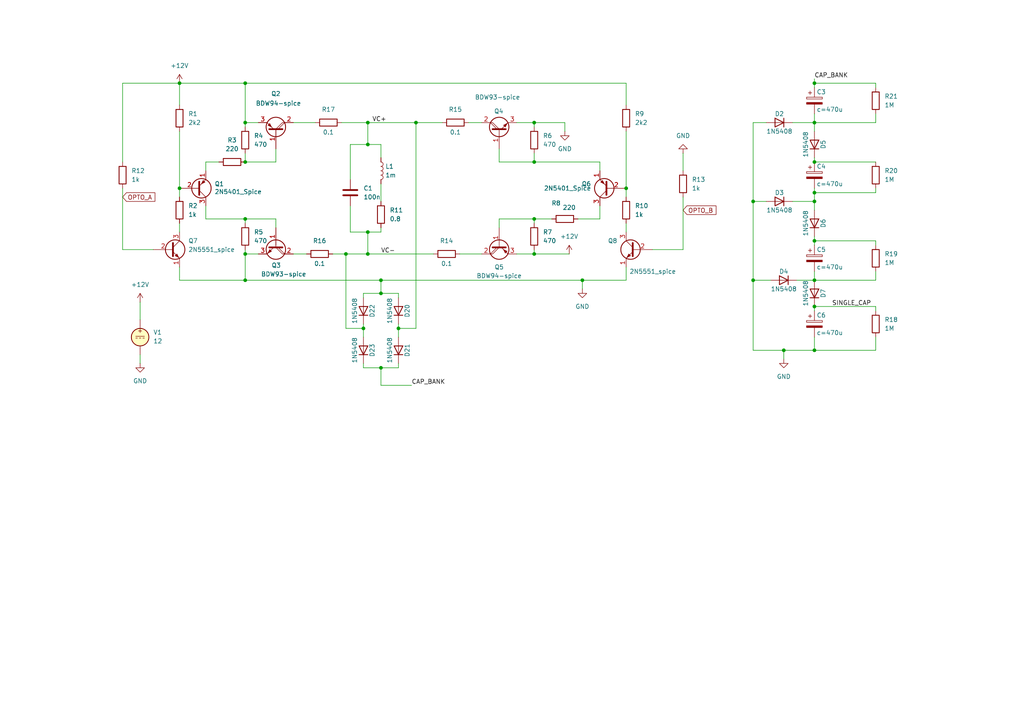
<source format=kicad_sch>
(kicad_sch (version 20231120) (generator "eeschema") (generator_version "8.0")
  (paper "A4")
  (lib_symbols
    (symbol "Components:2N5401_Spice" (pin_names (offset 0) hide)
      (property "Reference" "Q" (at 5.08 1.905 0))
      (property "Value" "2N5401_Spice" (at 5.08 0 0))
      (symbol "2N5401_Spice_0_1"
        (polyline (pts (xy 0.635 0.635) (xy 2.54 2.54)))
        (polyline (pts (xy 0.635 -0.635) (xy 2.54 -2.54) (xy 2.54 -2.54)))
        (polyline (pts (xy 0.635 1.905) (xy 0.635 -1.905) (xy 0.635 -1.905)) (stroke (width 0.508)))
        (polyline (pts (xy 2.286 -1.778) (xy 1.778 -2.286) (xy 1.27 -1.27) (xy 2.286 -1.778) (xy 2.286 -1.778)) (fill (type outline)))
        (circle (center 1.27 0) (radius 2.8194) (stroke (width 0.254)))
      )
      (symbol "2N5401_Spice_1_1"
        (pin passive line (at 2.54 -5.08 90) (length 2.54) (name "E") (number "1"))
        (pin input line (at -5.08 0 0) (length 5.715) (name "B") (number "2"))
        (pin passive line (at 2.54 5.08 270) (length 2.54) (name "C") (number "3"))
      )
    )
    (symbol "Components:2N5551_spice" (pin_names (offset 0) hide)
      (property "Reference" "Q" (at 5.08 1.905 0))
      (property "Value" "2N5551_spice" (at 5.08 0 0))
      (symbol "2N5551_spice_0_1"
        (polyline (pts (xy 0.635 0.635) (xy 2.54 2.54)))
        (polyline (pts (xy 0.635 -0.635) (xy 2.54 -2.54) (xy 2.54 -2.54)))
        (polyline (pts (xy 0.635 1.905) (xy 0.635 -1.905) (xy 0.635 -1.905)) (stroke (width 0.508)))
        (polyline (pts (xy 1.27 -1.778) (xy 1.778 -1.27) (xy 2.286 -2.286) (xy 1.27 -1.778) (xy 1.27 -1.778)) (fill (type outline)))
        (circle (center 1.27 0) (radius 2.8194) (stroke (width 0.254)))
      )
      (symbol "2N5551_spice_1_1"
        (pin passive line (at 2.54 -5.08 90) (length 2.54) (name "E") (number "1"))
        (pin passive line (at -5.08 0 0) (length 5.715) (name "B") (number "2"))
        (pin passive line (at 2.54 5.08 270) (length 2.54) (name "C") (number "3"))
      )
    )
    (symbol "Components:470-uF-63V-ESK477M063AL4EA" (pin_numbers hide) (pin_names (offset 0.254))
      (property "Reference" "C" (at 0.635 2.54 0))
      (property "Value" "470uF 63V" (at 0.635 -2.54 0))
      (symbol "470-uF-63V-ESK477M063AL4EA_0_1"
        (rectangle (start -2.286 0.508) (end 2.286 1.016))
        (polyline (pts (xy -1.778 2.286) (xy -0.762 2.286)))
        (polyline (pts (xy -1.27 2.794) (xy -1.27 1.778)))
        (rectangle (start 2.286 -0.508) (end -2.286 -1.016) (fill (type outline)))
      )
      (symbol "470-uF-63V-ESK477M063AL4EA_1_1"
        (pin passive line (at 0 3.81 270) (length 2.794) (name "~") (number "1"))
        (pin passive line (at 0 -3.81 90) (length 2.794) (name "~") (number "2"))
      )
    )
    (symbol "Components:BDW93-spice" (pin_names (offset 0) hide)
      (property "Reference" "Q" (at 5.08 1.905 0))
      (property "Value" "BDW93-spice" (at 5.08 0 0))
      (symbol "BDW93-spice_0_1"
        (polyline (pts (xy 0.635 0.635) (xy 2.54 2.54)))
        (polyline (pts (xy 0.635 -0.635) (xy 2.54 -2.54) (xy 2.54 -2.54)))
        (polyline (pts (xy 0.635 0) (xy 2.54 1.905) (xy 2.54 2.54)))
        (polyline (pts (xy 0.635 1.905) (xy 0.635 -1.905) (xy 0.635 -1.905)) (stroke (width 0.508)))
        (polyline (pts (xy 1.27 -1.778) (xy 1.778 -1.27) (xy 2.286 -2.286) (xy 1.27 -1.778) (xy 1.27 -1.778)) (fill (type outline)))
        (circle (center 1.27 0) (radius 2.8194) (stroke (width 0.254)))
      )
      (symbol "BDW93-spice_1_1"
        (polyline (pts (xy 0 0) (xy 0.508 0)))
        (pin input line (at -5.08 0 0) (length 5.08) (name "B") (number "1"))
        (pin passive line (at 2.54 5.08 270) (length 2.54) (name "C") (number "2"))
        (pin passive line (at 2.54 -5.08 90) (length 2.54) (name "E") (number "3"))
      )
    )
    (symbol "Components:BDW94-spice" (pin_names (offset 0) hide)
      (property "Value" "BDW94-spice" (at 5.08 0 0))
      (symbol "BDW94-spice_0_1"
        (polyline (pts (xy 0.635 0.635) (xy 2.54 2.54)))
        (polyline (pts (xy 0.635 -0.635) (xy 2.54 -2.54) (xy 2.54 -2.54)))
        (polyline (pts (xy 0.635 0) (xy 2.54 1.905) (xy 2.54 2.54)))
        (polyline (pts (xy 0.635 1.905) (xy 0.635 -1.905) (xy 0.635 -1.905)) (stroke (width 0.508)))
        (polyline (pts (xy 2.286 -1.778) (xy 1.778 -2.286) (xy 1.27 -1.27) (xy 2.286 -1.778) (xy 2.286 -1.778)) (fill (type outline)))
        (circle (center 1.27 0) (radius 2.8194) (stroke (width 0.254)))
      )
      (symbol "BDW94-spice_1_1"
        (pin input line (at -5.08 0 0) (length 5.715) (name "B") (number "1"))
        (pin passive line (at 2.54 5.08 270) (length 2.54) (name "C") (number "2"))
        (pin passive line (at 2.54 -5.08 90) (length 2.54) (name "E") (number "3"))
      )
    )
    (symbol "Device:C" (pin_numbers hide) (pin_names (offset 0.254))
      (property "Reference" "C" (at 0.635 2.54 0))
      (property "Value" "C" (at 0.635 -2.54 0))
      (symbol "C_0_1"
        (polyline (pts (xy -2.032 -0.762) (xy 2.032 -0.762)) (stroke (width 0.508)))
        (polyline (pts (xy -2.032 0.762) (xy 2.032 0.762)) (stroke (width 0.508)))
      )
      (symbol "C_1_1"
        (pin passive line (at 0 3.81 270) (length 2.794) (name "~") (number "1"))
        (pin passive line (at 0 -3.81 90) (length 2.794) (name "~") (number "2"))
      )
    )
    (symbol "Device:L" (pin_numbers hide) (pin_names (offset 1.016) hide)
      (property "Reference" "L" (at -1.27 0 90))
      (property "Value" "L" (at 1.905 0 90))
      (symbol "L_0_1"
        (arc (start 0 -2.54) (mid 0.6323 -1.905) (end 0 -1.27))
        (arc (start 0 -1.27) (mid 0.6323 -0.635) (end 0 0))
        (arc (start 0 0) (mid 0.6323 0.635) (end 0 1.27))
        (arc (start 0 1.27) (mid 0.6323 1.905) (end 0 2.54))
      )
      (symbol "L_1_1"
        (pin passive line (at 0 3.81 270) (length 1.27) (name "1") (number "1"))
        (pin passive line (at 0 -3.81 90) (length 1.27) (name "2") (number "2"))
      )
    )
    (symbol "Device:R" (pin_numbers hide) (pin_names (offset 0))
      (property "Reference" "R" (at 2.032 0 90))
      (property "Value" "R" (at 0 0 90))
      (symbol "R_0_1"
        (rectangle (start -1.016 -2.54) (end 1.016 2.54) (stroke (width 0.254)))
      )
      (symbol "R_1_1"
        (pin passive line (at 0 3.81 270) (length 1.27) (name "~") (number "1"))
        (pin passive line (at 0 -3.81 90) (length 1.27) (name "~") (number "2"))
      )
    )
    (symbol "Diode:1N5408" (pin_numbers hide) (pin_names hide)
      (property "Reference" "D" (at 0 2.54 0))
      (property "Value" "1N5408" (at 0 -2.54 0))
      (symbol "1N5408_0_1"
        (polyline (pts (xy -1.27 1.27) (xy -1.27 -1.27)) (stroke (width 0.254)))
        (polyline (pts (xy 1.27 0) (xy -1.27 0)))
        (polyline (pts (xy 1.27 1.27) (xy 1.27 -1.27) (xy -1.27 0) (xy 1.27 1.27)) (stroke (width 0.254)))
      )
      (symbol "1N5408_1_1"
        (pin passive line (at -3.81 0 0) (length 2.54) (name "K") (number "1"))
        (pin passive line (at 3.81 0 180) (length 2.54) (name "A") (number "2"))
      )
    )
    (symbol "Simulation_SPICE:VDC" (pin_numbers hide) (pin_names (offset 0.0254))
      (property "Reference" "V" (at 2.54 2.54 0))
      (property "Value" "1" (at 2.54 0 0))
      (symbol "VDC_0_0"
        (polyline (pts (xy -1.27 0.254) (xy 1.27 0.254)))
        (polyline (pts (xy -0.762 -0.254) (xy -1.27 -0.254)))
        (polyline (pts (xy 0.254 -0.254) (xy -0.254 -0.254)))
        (polyline (pts (xy 1.27 -0.254) (xy 0.762 -0.254)))
        (text "+" (at 0 1.905 0) (effects (font (size 1.27 1.27))))
      )
      (symbol "VDC_0_1"
        (circle (center 0 0) (radius 2.54) (stroke (width 0.254)) (fill (type background)))
      )
      (symbol "VDC_1_1"
        (pin passive line (at 0 5.08 270) (length 2.54) (name "~") (number "1"))
        (pin passive line (at 0 -5.08 90) (length 2.54) (name "~") (number "2"))
      )
    )
    (symbol "power:+12V" (power) (pin_numbers hide) (pin_names (offset 0) hide)
      (property "Value" "+12V" (at 0 3.556 0))
      (symbol "+12V_0_1"
        (polyline (pts (xy -0.762 1.27) (xy 0 2.54)))
        (polyline (pts (xy 0 0) (xy 0 2.54)))
        (polyline (pts (xy 0 2.54) (xy 0.762 1.27)))
      )
      (symbol "+12V_1_1"
        (pin power_in line (at 0 0 90) (length 0) (name "~") (number "1"))
      )
    )
    (symbol "power:GND" (power) (pin_numbers hide) (pin_names (offset 0) hide)
      (property "Value" "GND" (at 0 -3.81 0))
      (symbol "GND_0_1"
        (polyline (pts (xy 0 0) (xy 0 -1.27) (xy 1.27 -1.27) (xy 0 -2.54) (xy -1.27 -1.27) (xy 0 -1.27)))
      )
      (symbol "GND_1_1"
        (pin power_in line (at 0 0 270) (length 0) (name "~") (number "1"))
      )
    )
  )
  (junction (at 106.68 35.56))
  (junction (at 236.22 55.88))
  (junction (at 105.41 95.25))
  (junction (at 236.22 88.9))
  (junction (at 154.94 73.66))
  (junction (at 110.49 106.68))
  (junction (at 218.44 58.42))
  (junction (at 227.33 101.6))
  (junction (at 52.07 54.61))
  (junction (at 71.12 35.56))
  (junction (at 236.22 69.85))
  (junction (at 236.22 24.13))
  (junction (at 236.22 101.6))
  (junction (at 154.94 63.5))
  (junction (at 154.94 46.99))
  (junction (at 100.33 73.66))
  (junction (at 181.61 54.61))
  (junction (at 71.12 46.99))
  (junction (at 52.07 24.13))
  (junction (at 71.12 63.5))
  (junction (at 106.68 73.66))
  (junction (at 236.22 46.99))
  (junction (at 154.94 35.56))
  (junction (at 236.22 81.28))
  (junction (at 71.12 73.66))
  (junction (at 106.68 41.91))
  (junction (at 106.68 67.31))
  (junction (at 115.57 95.25))
  (junction (at 110.49 81.28))
  (junction (at 71.12 81.28))
  (junction (at 236.22 35.56))
  (junction (at 110.49 85.09))
  (junction (at 71.12 24.13))
  (junction (at 236.22 58.42))
  (junction (at 218.44 81.28))
  (junction (at 168.91 81.28))
  (junction (at 120.65 35.56))
  (wire (pts (xy 236.22 58.42) (xy 236.22 60.96)))
  (wire (pts (xy 198.12 72.39) (xy 189.23 72.39)))
  (wire (pts (xy 71.12 36.83) (xy 71.12 35.56)))
  (wire (pts (xy 198.12 57.15) (xy 198.12 72.39)))
  (wire (pts (xy 236.22 35.56) (xy 254 35.56)))
  (wire (pts (xy 110.49 106.68) (xy 110.49 111.76)))
  (wire (pts (xy 236.22 88.9) (xy 236.22 90.17)))
  (wire (pts (xy 101.6 52.07) (xy 101.6 41.91)))
  (wire (pts (xy 173.99 46.99) (xy 154.94 46.99)))
  (wire (pts (xy 181.61 81.28) (xy 168.91 81.28)))
  (wire (pts (xy 254 101.6) (xy 236.22 101.6)))
  (wire (pts (xy 254 81.28) (xy 236.22 81.28)))
  (wire (pts (xy 105.41 93.98) (xy 105.41 95.25)))
  (wire (pts (xy 105.41 105.41) (xy 105.41 106.68)))
  (wire (pts (xy 110.49 41.91) (xy 110.49 45.72)))
  (wire (pts (xy 167.64 63.5) (xy 173.99 63.5)))
  (wire (pts (xy 59.69 63.5) (xy 71.12 63.5)))
  (wire (pts (xy 181.61 24.13) (xy 181.61 30.48)))
  (wire (pts (xy 59.69 46.99) (xy 63.5 46.99)))
  (wire (pts (xy 149.86 73.66) (xy 154.94 73.66)))
  (wire (pts (xy 52.07 81.28) (xy 71.12 81.28)))
  (wire (pts (xy 236.22 68.58) (xy 236.22 69.85)))
  (wire (pts (xy 106.68 35.56) (xy 120.65 35.56)))
  (wire (pts (xy 110.49 67.31) (xy 106.68 67.31)))
  (wire (pts (xy 80.01 66.04) (xy 80.01 63.5)))
  (wire (pts (xy 236.22 33.02) (xy 236.22 35.56)))
  (wire (pts (xy 101.6 41.91) (xy 106.68 41.91)))
  (wire (pts (xy 181.61 67.31) (xy 181.61 64.77)))
  (wire (pts (xy 254 97.79) (xy 254 101.6)))
  (wire (pts (xy 154.94 63.5) (xy 160.02 63.5)))
  (wire (pts (xy 254 71.12) (xy 254 69.85)))
  (wire (pts (xy 35.56 46.99) (xy 35.56 24.13)))
  (wire (pts (xy 110.49 67.31) (xy 110.49 66.04)))
  (wire (pts (xy 144.78 63.5) (xy 144.78 66.04)))
  (wire (pts (xy 154.94 44.45) (xy 154.94 46.99)))
  (wire (pts (xy 229.87 58.42) (xy 236.22 58.42)))
  (wire (pts (xy 59.69 59.69) (xy 59.69 63.5)))
  (wire (pts (xy 74.93 73.66) (xy 71.12 73.66)))
  (wire (pts (xy 110.49 53.34) (xy 110.49 58.42)))
  (wire (pts (xy 181.61 54.61) (xy 181.61 57.15)))
  (wire (pts (xy 52.07 64.77) (xy 52.07 67.31)))
  (wire (pts (xy 40.64 102.87) (xy 40.64 105.41)))
  (wire (pts (xy 115.57 93.98) (xy 115.57 95.25)))
  (wire (pts (xy 106.68 73.66) (xy 125.73 73.66)))
  (wire (pts (xy 106.68 67.31) (xy 106.68 73.66)))
  (wire (pts (xy 100.33 73.66) (xy 106.68 73.66)))
  (wire (pts (xy 120.65 35.56) (xy 120.65 95.25)))
  (wire (pts (xy 110.49 85.09) (xy 115.57 85.09)))
  (wire (pts (xy 110.49 106.68) (xy 115.57 106.68)))
  (wire (pts (xy 154.94 63.5) (xy 144.78 63.5)))
  (wire (pts (xy 218.44 58.42) (xy 218.44 81.28)))
  (wire (pts (xy 71.12 64.77) (xy 71.12 63.5)))
  (wire (pts (xy 71.12 73.66) (xy 71.12 81.28)))
  (wire (pts (xy 254 46.99) (xy 236.22 46.99)))
  (wire (pts (xy 218.44 101.6) (xy 227.33 101.6)))
  (wire (pts (xy 135.89 35.56) (xy 139.7 35.56)))
  (wire (pts (xy 236.22 54.61) (xy 236.22 55.88)))
  (wire (pts (xy 236.22 35.56) (xy 236.22 38.1)))
  (wire (pts (xy 236.22 78.74) (xy 236.22 81.28)))
  (wire (pts (xy 236.22 69.85) (xy 236.22 71.12)))
  (wire (pts (xy 254 54.61) (xy 254 55.88)))
  (wire (pts (xy 154.94 46.99) (xy 144.78 46.99)))
  (wire (pts (xy 71.12 24.13) (xy 71.12 35.56)))
  (wire (pts (xy 71.12 24.13) (xy 181.61 24.13)))
  (wire (pts (xy 173.99 63.5) (xy 173.99 59.69)))
  (wire (pts (xy 85.09 35.56) (xy 91.44 35.56)))
  (wire (pts (xy 236.22 46.99) (xy 236.22 45.72)))
  (wire (pts (xy 154.94 64.77) (xy 154.94 63.5)))
  (wire (pts (xy 52.07 38.1) (xy 52.07 54.61)))
  (wire (pts (xy 227.33 101.6) (xy 236.22 101.6)))
  (wire (pts (xy 110.49 81.28) (xy 110.49 85.09)))
  (wire (pts (xy 254 69.85) (xy 236.22 69.85)))
  (wire (pts (xy 120.65 35.56) (xy 128.27 35.56)))
  (wire (pts (xy 71.12 63.5) (xy 80.01 63.5)))
  (wire (pts (xy 100.33 95.25) (xy 105.41 95.25)))
  (wire (pts (xy 105.41 85.09) (xy 110.49 85.09)))
  (wire (pts (xy 105.41 95.25) (xy 105.41 97.79)))
  (wire (pts (xy 71.12 44.45) (xy 71.12 46.99)))
  (wire (pts (xy 154.94 73.66) (xy 165.1 73.66)))
  (wire (pts (xy 35.56 54.61) (xy 35.56 72.39)))
  (wire (pts (xy 181.61 77.47) (xy 181.61 81.28)))
  (wire (pts (xy 115.57 95.25) (xy 115.57 97.79)))
  (wire (pts (xy 181.61 38.1) (xy 181.61 54.61)))
  (wire (pts (xy 106.68 67.31) (xy 101.6 67.31)))
  (wire (pts (xy 254 88.9) (xy 254 90.17)))
  (wire (pts (xy 100.33 95.25) (xy 100.33 73.66)))
  (wire (pts (xy 236.22 88.9) (xy 254 88.9)))
  (wire (pts (xy 227.33 101.6) (xy 227.33 104.14)))
  (wire (pts (xy 168.91 83.82) (xy 168.91 81.28)))
  (wire (pts (xy 254 55.88) (xy 236.22 55.88)))
  (wire (pts (xy 236.22 24.13) (xy 236.22 25.4)))
  (wire (pts (xy 85.09 73.66) (xy 88.9 73.66)))
  (wire (pts (xy 106.68 41.91) (xy 110.49 41.91)))
  (wire (pts (xy 254 33.02) (xy 254 35.56)))
  (wire (pts (xy 71.12 35.56) (xy 74.93 35.56)))
  (wire (pts (xy 198.12 44.45) (xy 198.12 49.53)))
  (wire (pts (xy 236.22 22.86) (xy 236.22 24.13)))
  (wire (pts (xy 105.41 86.36) (xy 105.41 85.09)))
  (wire (pts (xy 52.07 77.47) (xy 52.07 81.28)))
  (wire (pts (xy 236.22 101.6) (xy 236.22 97.79)))
  (wire (pts (xy 236.22 55.88) (xy 236.22 58.42)))
  (wire (pts (xy 218.44 35.56) (xy 222.25 35.56)))
  (wire (pts (xy 105.41 106.68) (xy 110.49 106.68)))
  (wire (pts (xy 254 24.13) (xy 236.22 24.13)))
  (wire (pts (xy 52.07 54.61) (xy 52.07 57.15)))
  (wire (pts (xy 254 25.4) (xy 254 24.13)))
  (wire (pts (xy 59.69 49.53) (xy 59.69 46.99)))
  (wire (pts (xy 110.49 81.28) (xy 168.91 81.28)))
  (wire (pts (xy 80.01 46.99) (xy 71.12 46.99)))
  (wire (pts (xy 254 78.74) (xy 254 81.28)))
  (wire (pts (xy 106.68 35.56) (xy 106.68 41.91)))
  (wire (pts (xy 71.12 72.39) (xy 71.12 73.66)))
  (wire (pts (xy 218.44 35.56) (xy 218.44 58.42)))
  (wire (pts (xy 229.87 35.56) (xy 236.22 35.56)))
  (wire (pts (xy 231.14 81.28) (xy 236.22 81.28)))
  (wire (pts (xy 80.01 43.18) (xy 80.01 46.99)))
  (wire (pts (xy 154.94 73.66) (xy 154.94 72.39)))
  (wire (pts (xy 218.44 81.28) (xy 218.44 101.6)))
  (wire (pts (xy 101.6 67.31) (xy 101.6 59.69)))
  (wire (pts (xy 115.57 85.09) (xy 115.57 86.36)))
  (wire (pts (xy 40.64 87.63) (xy 40.64 92.71)))
  (wire (pts (xy 115.57 106.68) (xy 115.57 105.41)))
  (wire (pts (xy 218.44 81.28) (xy 223.52 81.28)))
  (wire (pts (xy 35.56 24.13) (xy 52.07 24.13)))
  (wire (pts (xy 52.07 24.13) (xy 52.07 30.48)))
  (wire (pts (xy 154.94 35.56) (xy 163.83 35.56)))
  (wire (pts (xy 110.49 111.76) (xy 119.38 111.76)))
  (wire (pts (xy 35.56 72.39) (xy 44.45 72.39)))
  (wire (pts (xy 218.44 58.42) (xy 222.25 58.42)))
  (wire (pts (xy 115.57 95.25) (xy 120.65 95.25)))
  (wire (pts (xy 163.83 38.1) (xy 163.83 35.56)))
  (wire (pts (xy 71.12 81.28) (xy 110.49 81.28)))
  (wire (pts (xy 154.94 35.56) (xy 149.86 35.56)))
  (wire (pts (xy 144.78 46.99) (xy 144.78 43.18)))
  (wire (pts (xy 154.94 35.56) (xy 154.94 36.83)))
  (wire (pts (xy 52.07 24.13) (xy 71.12 24.13)))
  (wire (pts (xy 96.52 73.66) (xy 100.33 73.66)))
  (wire (pts (xy 173.99 49.53) (xy 173.99 46.99)))
  (wire (pts (xy 99.06 35.56) (xy 106.68 35.56)))
  (wire (pts (xy 133.35 73.66) (xy 139.7 73.66)))
  (label "VC-" (at 110.49 73.66 0))
  (label "VC+" (at 107.95 35.56 0))
  (label "CAP_BANK" (at 119.38 111.76 0))
  (label "CAP_BANK" (at 236.22 22.86 0))
  (label "SINGLE_CAP" (at 241.3 88.9 0))
  (global_label "OPTO_B" (shape input) (at 198.12 60.96 0) (property "Intersheetrefs" "${INTERSHEET_REFS}" (effects (hide yes))))
  (global_label "OPTO_A" (shape input) (at 35.56 57.15 0) (property "Intersheetrefs" "${INTERSHEET_REFS}" (effects (hide yes))))
  (symbol (lib_id "Device:R") (at 254 74.93 0) (unit 1)
    (property "Reference" "R19" (at 256.54 73.6599 0) (effects (justify left)))
    (property "Value" "1M" (at 256.54 76.1999 0) (effects (justify left)))
    (property "Description" "Resistor" (effects (hide yes)))
  )
  (symbol (lib_id "Diode:1N5408") (at 227.33 81.28 0) (mirror y) (unit 1)
    (property "Reference" "D4" (at 227.33 78.74 0))
    (property "Value" "1N5408" (at 227.33 83.82 0))
    (property "Footprint" "Diode_THT:D_DO-201AD_P15.24mm_Horizontal" (effects (hide yes)))
    (property "Datasheet" "http://www.vishay.com/docs/88516/1n5400.pdf" (effects (hide yes)))
    (property "Description" "1000V 3A General Purpose Rectifier Diode, DO-201AD" (effects (hide yes)))
    (property "Sim.Device" "D" (effects (hide yes)))
    (property "Sim.Pins" "1=K 2=A" (effects (hide yes)))
  )
  (symbol (lib_id "Diode:1N5408") (at 236.22 64.77 270) (mirror x) (unit 1)
    (property "Reference" "D6" (at 238.76 64.77 0))
    (property "Value" "1N5408" (at 233.68 64.77 0))
    (property "Footprint" "Diode_THT:D_DO-201AD_P15.24mm_Horizontal" (effects (hide yes)))
    (property "Datasheet" "http://www.vishay.com/docs/88516/1n5400.pdf" (effects (hide yes)))
    (property "Description" "1000V 3A General Purpose Rectifier Diode, DO-201AD" (effects (hide yes)))
    (property "Sim.Device" "D" (effects (hide yes)))
    (property "Sim.Pins" "1=K 2=A" (effects (hide yes)))
  )
  (symbol (lib_id "Diode:1N5408") (at 105.41 90.17 270) (mirror x) (unit 1)
    (property "Reference" "D22" (at 107.95 90.17 0))
    (property "Value" "1N5408" (at 102.87 90.17 0))
    (property "Footprint" "Diode_THT:D_DO-201AD_P15.24mm_Horizontal" (effects (hide yes)))
    (property "Datasheet" "http://www.vishay.com/docs/88516/1n5400.pdf" (effects (hide yes)))
    (property "Description" "1000V 3A General Purpose Rectifier Diode, DO-201AD" (effects (hide yes)))
    (property "Sim.Device" "D" (effects (hide yes)))
    (property "Sim.Pins" "1=K 2=A" (effects (hide yes)))
  )
  (symbol (lib_id "Device:R") (at 110.49 62.23 0) (unit 1)
    (property "Reference" "R11" (at 113.03 60.9599 0) (effects (justify left)))
    (property "Value" "0.8" (at 113.03 63.4999 0) (effects (justify left)))
    (property "Description" "Resistor" (effects (hide yes)))
  )
  (symbol (lib_id "Components:BDW94-spice") (at 80.01 38.1 270) (mirror x) (unit 1)
    (property "Reference" "Q2" (at 80.01 27.178 90))
    (property "Value" "BDW94-spice" (at 74.168 29.972 90) (effects (justify left)))
    (property "Footprint" "Package_TO_SOT_THT:TO-220-3_Vertical" (effects (hide yes)))
    (property "Datasheet" "https://www.st.com/content/ccc/resource/technical/document/datasheet/6b/03/5d/ed/29/77/49/0d/CD00000925.pdf/files/CD00000925.pdf/jcr:content/translations/en.CD00000925.pdf" (effects (hide yes)))
    (property "Description" "12A Ic, 45V Vce, Power Darlington PNP Transistor, TO-220" (effects (hide yes)))
    (property "Sim.Device" "SUBCKT" (effects (hide yes)))
    (property "Sim.Pins" "1=2 2=1 3=3" (effects (hide yes)))
    (property "Sim.Library" "SpiceModels/Darlington.lib" (effects (hide yes)))
    (property "Sim.Name" "BDW94C" (effects (hide yes)))
  )
  (symbol (lib_id "Device:R") (at 67.31 46.99 90) (unit 1)
    (property "Reference" "R3" (at 67.31 40.64 90))
    (property "Value" "220" (at 67.31 43.18 90))
    (property "Footprint" "Resistor_THT:R_Axial_DIN0414_L11.9mm_D4.5mm_P15.24mm_Horizontal" (effects (hide yes)))
    (property "Description" "Resistor" (effects (hide yes)))
  )
  (symbol (lib_id "Device:R") (at 129.54 73.66 90) (unit 1)
    (property "Reference" "R14" (at 129.54 69.85 90))
    (property "Value" "0.1" (at 129.54 76.454 90))
    (property "Description" "Resistor" (effects (hide yes)))
  )
  (symbol (lib_id "Components:2N5551_spice") (at 49.53 72.39 0) (unit 1)
    (property "Reference" "Q7" (at 54.61 69.8499 0) (effects (justify left)))
    (property "Value" "2N5551_spice" (at 54.61 72.39 0) (effects (justify left)))
    (property "Footprint" "Package_TO_SOT_THT:TO-92_Inline" (effects (hide yes)))
    (property "Datasheet" "https://diotec.com/request/datasheet/2n5551.pdf" (effects (hide yes)))
    (property "Description" "BJT TO92 160V 600MA NPN 0.625W" (effects (hide yes)))
    (property "Digikey" "https://www.digikey.nl/short/t592041t" (effects (hide yes)))
    (property "Sim.Library" "SpiceModels/2N5551.LIB" (effects (hide yes)))
    (property "Sim.Name" "2N5551" (effects (hide yes)))
    (property "Sim.Device" "NPN" (effects (hide yes)))
    (property "Sim.Type" "GUMMELPOON" (effects (hide yes)))
    (property "Sim.Pins" "1=E 2=B 3=C" (effects (hide yes)))
    (property "Sim.Params" "temp=30" (effects (hide yes)))
  )
  (symbol (lib_id "power:GND") (at 40.64 105.41 0) (unit 1)
    (property "Reference" "#PWR01" (effects (hide yes)))
    (property "Value" "GND" (at 40.64 110.49 0))
    (property "Description" "Power symbol creates a global label with name \"GND\" , ground" (effects (hide yes)))
  )
  (symbol (lib_id "Components:BDW93-spice") (at 144.78 38.1 90) (unit 1)
    (property "Reference" "Q4" (at 146.05 32.258 90) (effects (justify left)))
    (property "Value" "BDW93-spice" (at 150.876 28.194 90) (effects (justify left)))
    (property "Footprint" "Package_TO_SOT_THT:TO-220-3_Vertical" (effects (hide yes)))
    (property "Datasheet" "https://www.onsemi.com/pub/Collateral/BDW93C-D.pdf" (effects (hide yes)))
    (property "Description" "12A Ic, 45V Vce, Power Darlington NPN Transistor, TO-220" (effects (hide yes)))
    (property "Sim.Device" "SUBCKT" (effects (hide yes)))
    (property "Sim.Pins" "1=2 2=1 3=3" (effects (hide yes)))
    (property "Sim.Library" "SpiceModels/Darlington.lib" (effects (hide yes)))
    (property "Sim.Name" "BDW93C" (effects (hide yes)))
  )
  (symbol (lib_id "Device:R") (at 132.08 35.56 90) (unit 1)
    (property "Reference" "R15" (at 132.08 31.75 90))
    (property "Value" "0.1" (at 132.08 38.354 90))
    (property "Description" "Resistor" (effects (hide yes)))
  )
  (symbol (lib_id "Components:2N5401_Spice") (at 176.53 54.61 180) (unit 1)
    (property "Reference" "Q6" (at 171.45 53.3399 0) (effects (justify left)))
    (property "Value" "2N5401_Spice" (at 171.45 54.61 0) (effects (justify left)))
    (property "Footprint" "Package_TO_SOT_THT:TO-92_Inline" (effects (hide yes)))
    (property "Datasheet" "https://diotec.com/request/datasheet/2n5400.pdf" (effects (hide yes)))
    (property "Description" "BJT TO-92 150V 600MA PNP 0.625W" (effects (hide yes)))
    (property "Sim.Device" "PNP" (effects (hide yes)))
    (property "Sim.Type" "GUMMELPOON" (effects (hide yes)))
    (property "Sim.Pins" "1=E 2=B 3=C" (effects (hide yes)))
    (property "Digikey" "https://www.digikey.nl/short/hrnt4cb2" (effects (hide yes)))
    (property "Sim.Library" "SpiceModels/2N5401.LIB" (effects (hide yes)))
    (property "Sim.Name" "2N5401" (effects (hide yes)))
    (property "Sim.Params" "temp=30" (effects (hide yes)))
  )
  (symbol (lib_id "Diode:1N5408") (at 236.22 41.91 270) (mirror x) (unit 1)
    (property "Reference" "D5" (at 238.76 41.91 0))
    (property "Value" "1N5408" (at 233.68 41.91 0))
    (property "Footprint" "Diode_THT:D_DO-201AD_P15.24mm_Horizontal" (effects (hide yes)))
    (property "Datasheet" "http://www.vishay.com/docs/88516/1n5400.pdf" (effects (hide yes)))
    (property "Description" "1000V 3A General Purpose Rectifier Diode, DO-201AD" (effects (hide yes)))
    (property "Sim.Device" "D" (effects (hide yes)))
    (property "Sim.Pins" "1=K 2=A" (effects (hide yes)))
  )
  (symbol (lib_id "Diode:1N5408") (at 115.57 90.17 270) (mirror x) (unit 1)
    (property "Reference" "D20" (at 118.11 90.17 0))
    (property "Value" "1N5408" (at 113.03 90.17 0))
    (property "Footprint" "Diode_THT:D_DO-201AD_P15.24mm_Horizontal" (effects (hide yes)))
    (property "Datasheet" "http://www.vishay.com/docs/88516/1n5400.pdf" (effects (hide yes)))
    (property "Description" "1000V 3A General Purpose Rectifier Diode, DO-201AD" (effects (hide yes)))
    (property "Sim.Device" "D" (effects (hide yes)))
    (property "Sim.Pins" "1=K 2=A" (effects (hide yes)))
  )
  (symbol (lib_id "Components:2N5551_spice") (at 184.15 72.39 0) (mirror y) (unit 1)
    (property "Reference" "Q8" (at 179.07 69.8499 0) (effects (justify left)))
    (property "Value" "2N5551_spice" (at 196.088 78.74 0) (effects (justify left)))
    (property "Footprint" "Package_TO_SOT_THT:TO-92_Inline" (effects (hide yes)))
    (property "Datasheet" "https://diotec.com/request/datasheet/2n5551.pdf" (effects (hide yes)))
    (property "Description" "BJT TO92 160V 600MA NPN 0.625W" (effects (hide yes)))
    (property "Digikey" "https://www.digikey.nl/short/t592041t" (effects (hide yes)))
    (property "Sim.Library" "SpiceModels/2N5551.LIB" (effects (hide yes)))
    (property "Sim.Name" "2N5551" (effects (hide yes)))
    (property "Sim.Device" "NPN" (effects (hide yes)))
    (property "Sim.Type" "GUMMELPOON" (effects (hide yes)))
    (property "Sim.Pins" "1=E 2=B 3=C" (effects (hide yes)))
    (property "Sim.Params" "temp=30" (effects (hide yes)))
  )
  (symbol (lib_id "power:GND") (at 168.91 83.82 0) (unit 1)
    (property "Reference" "#PWR0116" (effects (hide yes)))
    (property "Value" "GND" (at 168.91 88.9 0))
    (property "Description" "Power symbol creates a global label with name \"GND\" , ground" (effects (hide yes)))
  )
  (symbol (lib_id "Diode:1N5408") (at 236.22 85.09 270) (mirror x) (unit 1)
    (property "Reference" "D7" (at 238.76 85.09 0))
    (property "Value" "1N5408" (at 233.68 85.09 0))
    (property "Footprint" "Diode_THT:D_DO-201AD_P15.24mm_Horizontal" (effects (hide yes)))
    (property "Datasheet" "http://www.vishay.com/docs/88516/1n5400.pdf" (effects (hide yes)))
    (property "Description" "1000V 3A General Purpose Rectifier Diode, DO-201AD" (effects (hide yes)))
    (property "Sim.Device" "D" (effects (hide yes)))
    (property "Sim.Pins" "1=K 2=A" (effects (hide yes)))
  )
  (symbol (lib_id "power:GND") (at 163.83 38.1 0) (unit 1)
    (property "Reference" "#PWR0115" (effects (hide yes)))
    (property "Value" "GND" (at 163.83 43.18 0))
    (property "Description" "Power symbol creates a global label with name \"GND\" , ground" (effects (hide yes)))
  )
  (symbol (lib_id "Device:R") (at 95.25 35.56 90) (unit 1)
    (property "Reference" "R17" (at 95.25 31.75 90))
    (property "Value" "0.1" (at 95.25 38.354 90))
    (property "Description" "Resistor" (effects (hide yes)))
  )
  (symbol (lib_id "Components:470-uF-63V-ESK477M063AL4EA") (at 236.22 50.8 0) (unit 1)
    (property "Reference" "C4" (at 236.855 48.26 0) (effects (justify left)))
    (property "Value" "${SIM.PARAMS}" (at 236.855 53.34 0) (effects (justify left)))
    (property "Footprint" "Capacitor_THT:CP_Radial_D10.0mm_P5.00mm" (effects (hide yes)))
    (property "Datasheet" "https://search.kemet.com/download/datasheet/ESK477M063AL4EA" (effects (hide yes)))
    (property "Description" "Polarized capacitor" (effects (hide yes)))
    (property "Digikey" "https://www.digikey.nl/short/2thtjq03" (effects (hide yes)))
    (property "Sim.Device" "C" (effects (hide yes)))
    (property "Sim.Type" "=" (effects (hide yes)))
    (property "Sim.Params" "c=470u" (effects (hide yes)))
    (property "Sim.Pins" "1=+ 2=-" (effects (hide yes)))
  )
  (symbol (lib_id "Device:R") (at 163.83 63.5 90) (unit 1)
    (property "Reference" "R8" (at 161.29 58.928 90))
    (property "Value" "220" (at 165.1 60.198 90))
    (property "Footprint" "Resistor_THT:R_Axial_DIN0414_L11.9mm_D4.5mm_P15.24mm_Horizontal" (effects (hide yes)))
    (property "Description" "Resistor" (effects (hide yes)))
  )
  (symbol (lib_id "Diode:1N5408") (at 105.41 101.6 270) (mirror x) (unit 1)
    (property "Reference" "D23" (at 107.95 101.6 0))
    (property "Value" "1N5408" (at 102.87 101.6 0))
    (property "Footprint" "Diode_THT:D_DO-201AD_P15.24mm_Horizontal" (effects (hide yes)))
    (property "Datasheet" "http://www.vishay.com/docs/88516/1n5400.pdf" (effects (hide yes)))
    (property "Description" "1000V 3A General Purpose Rectifier Diode, DO-201AD" (effects (hide yes)))
    (property "Sim.Device" "D" (effects (hide yes)))
    (property "Sim.Pins" "1=K 2=A" (effects (hide yes)))
  )
  (symbol (lib_id "power:+12V") (at 52.07 24.13 0) (unit 1)
    (property "Reference" "#PWR0125" (effects (hide yes)))
    (property "Value" "+12V" (at 52.07 19.05 0))
    (property "Description" "Power symbol creates a global label with name \"+12V\"" (effects (hide yes)))
  )
  (symbol (lib_id "Device:R") (at 71.12 40.64 180) (unit 1)
    (property "Reference" "R4" (at 73.66 39.3699 0) (effects (justify right)))
    (property "Value" "470" (at 73.66 41.9099 0) (effects (justify right)))
    (property "Footprint" "Resistor_THT:R_Axial_DIN0414_L11.9mm_D4.5mm_P15.24mm_Horizontal" (effects (hide yes)))
    (property "Description" "Resistor" (effects (hide yes)))
  )
  (symbol (lib_id "Components:2N5401_Spice") (at 57.15 54.61 0) (mirror x) (unit 1)
    (property "Reference" "Q1" (at 62.23 53.3399 0) (effects (justify left)))
    (property "Value" "2N5401_Spice" (at 62.23 55.626 0) (effects (justify left)))
    (property "Footprint" "Package_TO_SOT_THT:TO-92_Inline" (effects (hide yes)))
    (property "Datasheet" "https://diotec.com/request/datasheet/2n5400.pdf" (effects (hide yes)))
    (property "Description" "BJT TO-92 150V 600MA PNP 0.625W" (effects (hide yes)))
    (property "Sim.Device" "PNP" (effects (hide yes)))
    (property "Sim.Type" "GUMMELPOON" (effects (hide yes)))
    (property "Sim.Pins" "1=E 2=B 3=C" (effects (hide yes)))
    (property "Digikey" "https://www.digikey.nl/short/hrnt4cb2" (effects (hide yes)))
    (property "Sim.Library" "SpiceModels/2N5401.LIB" (effects (hide yes)))
    (property "Sim.Name" "2N5401" (effects (hide yes)))
    (property "Sim.Params" "temp=30" (effects (hide yes)))
  )
  (symbol (lib_id "Device:R") (at 254 93.98 0) (unit 1)
    (property "Reference" "R18" (at 256.54 92.7099 0) (effects (justify left)))
    (property "Value" "1M" (at 256.54 95.2499 0) (effects (justify left)))
    (property "Description" "Resistor" (effects (hide yes)))
  )
  (symbol (lib_id "Device:R") (at 254 29.21 0) (unit 1)
    (property "Reference" "R21" (at 256.54 27.9399 0) (effects (justify left)))
    (property "Value" "1M" (at 256.54 30.4799 0) (effects (justify left)))
    (property "Description" "Resistor" (effects (hide yes)))
  )
  (symbol (lib_id "Device:C") (at 101.6 55.88 0) (unit 1)
    (property "Reference" "C1" (at 105.41 54.6099 0) (effects (justify left)))
    (property "Value" "100n" (at 105.41 57.1499 0) (effects (justify left)))
    (property "Description" "Unpolarized capacitor" (effects (hide yes)))
  )
  (symbol (lib_id "Device:R") (at 254 50.8 0) (unit 1)
    (property "Reference" "R20" (at 256.54 49.5299 0) (effects (justify left)))
    (property "Value" "1M" (at 256.54 52.0699 0) (effects (justify left)))
    (property "Description" "Resistor" (effects (hide yes)))
  )
  (symbol (lib_id "Device:R") (at 52.07 34.29 0) (unit 1)
    (property "Reference" "R1" (at 54.61 33.0199 0) (effects (justify left)))
    (property "Value" "2k2" (at 54.61 35.5599 0) (effects (justify left)))
    (property "Footprint" "Resistor_THT:R_Axial_DIN0207_L6.3mm_D2.5mm_P10.16mm_Horizontal" (effects (hide yes)))
    (property "Description" "Resistor" (effects (hide yes)))
  )
  (symbol (lib_id "Device:R") (at 92.71 73.66 90) (unit 1)
    (property "Reference" "R16" (at 92.71 69.85 90))
    (property "Value" "0.1" (at 92.71 76.454 90))
    (property "Description" "Resistor" (effects (hide yes)))
  )
  (symbol (lib_id "Diode:1N5408") (at 226.06 35.56 0) (mirror y) (unit 1)
    (property "Reference" "D2" (at 226.06 33.02 0))
    (property "Value" "1N5408" (at 226.06 38.1 0))
    (property "Footprint" "Diode_THT:D_DO-201AD_P15.24mm_Horizontal" (effects (hide yes)))
    (property "Datasheet" "http://www.vishay.com/docs/88516/1n5400.pdf" (effects (hide yes)))
    (property "Description" "1000V 3A General Purpose Rectifier Diode, DO-201AD" (effects (hide yes)))
    (property "Sim.Device" "D" (effects (hide yes)))
    (property "Sim.Pins" "1=K 2=A" (effects (hide yes)))
  )
  (symbol (lib_id "Device:L") (at 110.49 49.53 0) (unit 1)
    (property "Reference" "L1" (at 111.76 48.2599 0) (effects (justify left)))
    (property "Value" "1m" (at 111.76 50.7999 0) (effects (justify left)))
    (property "Description" "Inductor" (effects (hide yes)))
  )
  (symbol (lib_id "Components:BDW94-spice") (at 144.78 71.12 90) (mirror x) (unit 1)
    (property "Reference" "Q5" (at 144.78 77.47 90))
    (property "Value" "BDW94-spice" (at 144.78 80.01 90))
    (property "Footprint" "Package_TO_SOT_THT:TO-220-3_Vertical" (effects (hide yes)))
    (property "Datasheet" "https://www.st.com/content/ccc/resource/technical/document/datasheet/6b/03/5d/ed/29/77/49/0d/CD00000925.pdf/files/CD00000925.pdf/jcr:content/translations/en.CD00000925.pdf" (effects (hide yes)))
    (property "Description" "12A Ic, 45V Vce, Power Darlington PNP Transistor, TO-220" (effects (hide yes)))
    (property "Sim.Device" "SUBCKT" (effects (hide yes)))
    (property "Sim.Pins" "1=2 2=1 3=3" (effects (hide yes)))
    (property "Sim.Library" "SpiceModels/Darlington.lib" (effects (hide yes)))
    (property "Sim.Name" "BDW94C" (effects (hide yes)))
  )
  (symbol (lib_id "Components:470-uF-63V-ESK477M063AL4EA") (at 236.22 74.93 0) (unit 1)
    (property "Reference" "C5" (at 236.855 72.39 0) (effects (justify left)))
    (property "Value" "${SIM.PARAMS}" (at 236.855 77.47 0) (effects (justify left)))
    (property "Footprint" "Capacitor_THT:CP_Radial_D10.0mm_P5.00mm" (effects (hide yes)))
    (property "Datasheet" "https://search.kemet.com/download/datasheet/ESK477M063AL4EA" (effects (hide yes)))
    (property "Description" "Polarized capacitor" (effects (hide yes)))
    (property "Digikey" "https://www.digikey.nl/short/2thtjq03" (effects (hide yes)))
    (property "Sim.Device" "C" (effects (hide yes)))
    (property "Sim.Type" "=" (effects (hide yes)))
    (property "Sim.Params" "c=470u" (effects (hide yes)))
    (property "Sim.Pins" "1=+ 2=-" (effects (hide yes)))
  )
  (symbol (lib_id "Device:R") (at 52.07 60.96 0) (unit 1)
    (property "Reference" "R2" (at 54.61 59.6899 0) (effects (justify left)))
    (property "Value" "1k" (at 54.61 62.2299 0) (effects (justify left)))
    (property "Footprint" "Resistor_THT:R_Axial_DIN0207_L6.3mm_D2.5mm_P10.16mm_Horizontal" (effects (hide yes)))
    (property "Description" "Resistor" (effects (hide yes)))
  )
  (symbol (lib_id "power:+12V") (at 165.1 73.66 0) (unit 1)
    (property "Reference" "#PWR0114" (effects (hide yes)))
    (property "Value" "+12V" (at 165.1 68.58 0))
    (property "Description" "Power symbol creates a global label with name \"+12V\"" (effects (hide yes)))
  )
  (symbol (lib_id "power:+12V") (at 40.64 87.63 0) (unit 1)
    (property "Reference" "#PWR02" (effects (hide yes)))
    (property "Value" "+12V" (at 40.64 82.55 0))
    (property "Description" "Power symbol creates a global label with name \"+12V\"" (effects (hide yes)))
  )
  (symbol (lib_id "Device:R") (at 154.94 40.64 180) (unit 1)
    (property "Reference" "R6" (at 157.48 39.3699 0) (effects (justify right)))
    (property "Value" "470" (at 157.48 41.9099 0) (effects (justify right)))
    (property "Footprint" "Resistor_THT:R_Axial_DIN0414_L11.9mm_D4.5mm_P15.24mm_Horizontal" (effects (hide yes)))
    (property "Description" "Resistor" (effects (hide yes)))
  )
  (symbol (lib_id "power:GND") (at 198.12 44.45 180) (unit 1)
    (property "Reference" "#PWR03" (effects (hide yes)))
    (property "Value" "GND" (at 198.12 39.37 0))
    (property "Description" "Power symbol creates a global label with name \"GND\" , ground" (effects (hide yes)))
  )
  (symbol (lib_id "Device:R") (at 181.61 60.96 0) (mirror y) (unit 1)
    (property "Reference" "R10" (at 184.15 59.6899 0) (effects (justify right)))
    (property "Value" "1k" (at 184.15 62.2299 0) (effects (justify right)))
    (property "Footprint" "Resistor_THT:R_Axial_DIN0207_L6.3mm_D2.5mm_P10.16mm_Horizontal" (effects (hide yes)))
    (property "Description" "Resistor" (effects (hide yes)))
  )
  (symbol (lib_id "Components:470-uF-63V-ESK477M063AL4EA") (at 236.22 93.98 0) (unit 1)
    (property "Reference" "C6" (at 236.855 91.44 0) (effects (justify left)))
    (property "Value" "${SIM.PARAMS}" (at 236.855 96.52 0) (effects (justify left)))
    (property "Footprint" "Capacitor_THT:CP_Radial_D10.0mm_P5.00mm" (effects (hide yes)))
    (property "Datasheet" "https://search.kemet.com/download/datasheet/ESK477M063AL4EA" (effects (hide yes)))
    (property "Description" "Polarized capacitor" (effects (hide yes)))
    (property "Digikey" "https://www.digikey.nl/short/2thtjq03" (effects (hide yes)))
    (property "Sim.Device" "C" (effects (hide yes)))
    (property "Sim.Type" "=" (effects (hide yes)))
    (property "Sim.Params" "c=470u" (effects (hide yes)))
    (property "Sim.Pins" "1=+ 2=-" (effects (hide yes)))
  )
  (symbol (lib_id "Device:R") (at 198.12 53.34 0) (unit 1)
    (property "Reference" "R13" (at 200.66 52.0699 0) (effects (justify left)))
    (property "Value" "1k" (at 200.66 54.6099 0) (effects (justify left)))
    (property "Description" "Resistor" (effects (hide yes)))
    (property "Sim.Device" "R" (effects (hide yes)))
    (property "Sim.Pins" "1=+ 2=-" (effects (hide yes)))
  )
  (symbol (lib_id "Diode:1N5408") (at 115.57 101.6 270) (mirror x) (unit 1)
    (property "Reference" "D21" (at 118.11 101.6 0))
    (property "Value" "1N5408" (at 113.03 101.6 0))
    (property "Footprint" "Diode_THT:D_DO-201AD_P15.24mm_Horizontal" (effects (hide yes)))
    (property "Datasheet" "http://www.vishay.com/docs/88516/1n5400.pdf" (effects (hide yes)))
    (property "Description" "1000V 3A General Purpose Rectifier Diode, DO-201AD" (effects (hide yes)))
    (property "Sim.Device" "D" (effects (hide yes)))
    (property "Sim.Pins" "1=K 2=A" (effects (hide yes)))
  )
  (symbol (lib_id "Device:R") (at 71.12 68.58 180) (unit 1)
    (property "Reference" "R5" (at 73.66 67.3099 0) (effects (justify right)))
    (property "Value" "470" (at 73.66 69.8499 0) (effects (justify right)))
    (property "Footprint" "Resistor_THT:R_Axial_DIN0414_L11.9mm_D4.5mm_P15.24mm_Horizontal" (effects (hide yes)))
    (property "Description" "Resistor" (effects (hide yes)))
  )
  (symbol (lib_id "Device:R") (at 154.94 68.58 180) (unit 1)
    (property "Reference" "R7" (at 157.48 67.3099 0) (effects (justify right)))
    (property "Value" "470" (at 157.48 69.8499 0) (effects (justify right)))
    (property "Footprint" "Resistor_THT:R_Axial_DIN0414_L11.9mm_D4.5mm_P15.24mm_Horizontal" (effects (hide yes)))
    (property "Description" "Resistor" (effects (hide yes)))
  )
  (symbol (lib_id "power:GND") (at 227.33 104.14 0) (unit 1)
    (property "Reference" "#PWR0105" (effects (hide yes)))
    (property "Value" "GND" (at 227.33 109.22 0))
    (property "Description" "Power symbol creates a global label with name \"GND\" , ground" (effects (hide yes)))
  )
  (symbol (lib_id "Device:R") (at 181.61 34.29 0) (unit 1)
    (property "Reference" "R9" (at 184.15 33.0199 0) (effects (justify left)))
    (property "Value" "2k2" (at 184.15 35.5599 0) (effects (justify left)))
    (property "Footprint" "Resistor_THT:R_Axial_DIN0207_L6.3mm_D2.5mm_P10.16mm_Horizontal" (effects (hide yes)))
    (property "Description" "Resistor" (effects (hide yes)))
  )
  (symbol (lib_id "Components:BDW93-spice") (at 80.01 71.12 270) (unit 1)
    (property "Reference" "Q3" (at 78.74 76.962 90) (effects (justify left)))
    (property "Value" "BDW93-spice" (at 75.692 79.502 90) (effects (justify left)))
    (property "Footprint" "Package_TO_SOT_THT:TO-220-3_Vertical" (effects (hide yes)))
    (property "Datasheet" "https://www.onsemi.com/pub/Collateral/BDW93C-D.pdf" (effects (hide yes)))
    (property "Description" "12A Ic, 45V Vce, Power Darlington NPN Transistor, TO-220" (effects (hide yes)))
    (property "Sim.Device" "SUBCKT" (effects (hide yes)))
    (property "Sim.Pins" "1=2 2=1 3=3" (effects (hide yes)))
    (property "Sim.Library" "SpiceModels/Darlington.lib" (effects (hide yes)))
    (property "Sim.Name" "BDW93C" (effects (hide yes)))
  )
  (symbol (lib_id "Diode:1N5408") (at 226.06 58.42 0) (mirror y) (unit 1)
    (property "Reference" "D3" (at 226.06 55.88 0))
    (property "Value" "1N5408" (at 226.06 60.96 0))
    (property "Footprint" "Diode_THT:D_DO-201AD_P15.24mm_Horizontal" (effects (hide yes)))
    (property "Datasheet" "http://www.vishay.com/docs/88516/1n5400.pdf" (effects (hide yes)))
    (property "Description" "1000V 3A General Purpose Rectifier Diode, DO-201AD" (effects (hide yes)))
    (property "Sim.Device" "D" (effects (hide yes)))
    (property "Sim.Pins" "1=K 2=A" (effects (hide yes)))
  )
  (symbol (lib_id "Components:470-uF-63V-ESK477M063AL4EA") (at 236.22 29.21 0) (unit 1)
    (property "Reference" "C3" (at 236.855 26.67 0) (effects (justify left)))
    (property "Value" "${SIM.PARAMS}" (at 236.855 31.75 0) (effects (justify left)))
    (property "Footprint" "Capacitor_THT:CP_Radial_D10.0mm_P5.00mm" (effects (hide yes)))
    (property "Datasheet" "https://search.kemet.com/download/datasheet/ESK477M063AL4EA" (effects (hide yes)))
    (property "Description" "Polarized capacitor" (effects (hide yes)))
    (property "Digikey" "https://www.digikey.nl/short/2thtjq03" (effects (hide yes)))
    (property "Sim.Device" "C" (effects (hide yes)))
    (property "Sim.Type" "=" (effects (hide yes)))
    (property "Sim.Params" "c=470u" (effects (hide yes)))
    (property "Sim.Pins" "1=+ 2=-" (effects (hide yes)))
  )
  (symbol (lib_id "Device:R") (at 35.56 50.8 0) (unit 1)
    (property "Reference" "R12" (at 38.1 49.5299 0) (effects (justify left)))
    (property "Value" "1k" (at 38.1 52.0699 0) (effects (justify left)))
    (property "Description" "Resistor" (effects (hide yes)))
  )
  (symbol (lib_id "Simulation_SPICE:VDC") (at 40.64 97.79 0) (unit 1)
    (property "Reference" "V1" (at 44.45 96.3901 0) (effects (justify left)))
    (property "Value" "12" (at 44.45 98.9301 0) (effects (justify left)))
    (property "Datasheet" "https://ngspice.sourceforge.io/docs/ngspice-html-manual/manual.xhtml#sec_Independent_Sources_for" (effects (hide yes)))
    (property "Description" "Voltage source, DC" (effects (hide yes)))
    (property "Sim.Pins" "1=+ 2=-" (effects (hide yes)))
    (property "Sim.Type" "DC" (effects (hide yes)))
    (property "Sim.Device" "V" (effects (hide yes)))
  )
)
</source>
